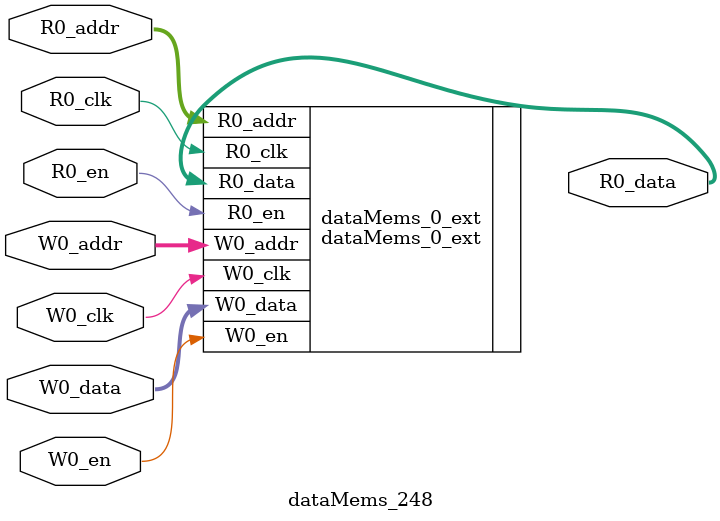
<source format=sv>
`ifndef RANDOMIZE
  `ifdef RANDOMIZE_REG_INIT
    `define RANDOMIZE
  `endif // RANDOMIZE_REG_INIT
`endif // not def RANDOMIZE
`ifndef RANDOMIZE
  `ifdef RANDOMIZE_MEM_INIT
    `define RANDOMIZE
  `endif // RANDOMIZE_MEM_INIT
`endif // not def RANDOMIZE

`ifndef RANDOM
  `define RANDOM $random
`endif // not def RANDOM

// Users can define 'PRINTF_COND' to add an extra gate to prints.
`ifndef PRINTF_COND_
  `ifdef PRINTF_COND
    `define PRINTF_COND_ (`PRINTF_COND)
  `else  // PRINTF_COND
    `define PRINTF_COND_ 1
  `endif // PRINTF_COND
`endif // not def PRINTF_COND_

// Users can define 'ASSERT_VERBOSE_COND' to add an extra gate to assert error printing.
`ifndef ASSERT_VERBOSE_COND_
  `ifdef ASSERT_VERBOSE_COND
    `define ASSERT_VERBOSE_COND_ (`ASSERT_VERBOSE_COND)
  `else  // ASSERT_VERBOSE_COND
    `define ASSERT_VERBOSE_COND_ 1
  `endif // ASSERT_VERBOSE_COND
`endif // not def ASSERT_VERBOSE_COND_

// Users can define 'STOP_COND' to add an extra gate to stop conditions.
`ifndef STOP_COND_
  `ifdef STOP_COND
    `define STOP_COND_ (`STOP_COND)
  `else  // STOP_COND
    `define STOP_COND_ 1
  `endif // STOP_COND
`endif // not def STOP_COND_

// Users can define INIT_RANDOM as general code that gets injected into the
// initializer block for modules with registers.
`ifndef INIT_RANDOM
  `define INIT_RANDOM
`endif // not def INIT_RANDOM

// If using random initialization, you can also define RANDOMIZE_DELAY to
// customize the delay used, otherwise 0.002 is used.
`ifndef RANDOMIZE_DELAY
  `define RANDOMIZE_DELAY 0.002
`endif // not def RANDOMIZE_DELAY

// Define INIT_RANDOM_PROLOG_ for use in our modules below.
`ifndef INIT_RANDOM_PROLOG_
  `ifdef RANDOMIZE
    `ifdef VERILATOR
      `define INIT_RANDOM_PROLOG_ `INIT_RANDOM
    `else  // VERILATOR
      `define INIT_RANDOM_PROLOG_ `INIT_RANDOM #`RANDOMIZE_DELAY begin end
    `endif // VERILATOR
  `else  // RANDOMIZE
    `define INIT_RANDOM_PROLOG_
  `endif // RANDOMIZE
`endif // not def INIT_RANDOM_PROLOG_

// Include register initializers in init blocks unless synthesis is set
`ifndef SYNTHESIS
  `ifndef ENABLE_INITIAL_REG_
    `define ENABLE_INITIAL_REG_
  `endif // not def ENABLE_INITIAL_REG_
`endif // not def SYNTHESIS

// Include rmemory initializers in init blocks unless synthesis is set
`ifndef SYNTHESIS
  `ifndef ENABLE_INITIAL_MEM_
    `define ENABLE_INITIAL_MEM_
  `endif // not def ENABLE_INITIAL_MEM_
`endif // not def SYNTHESIS

module dataMems_248(	// @[generators/ara/src/main/scala/UnsafeAXI4ToTL.scala:365:62]
  input  [4:0]  R0_addr,
  input         R0_en,
  input         R0_clk,
  output [66:0] R0_data,
  input  [4:0]  W0_addr,
  input         W0_en,
  input         W0_clk,
  input  [66:0] W0_data
);

  dataMems_0_ext dataMems_0_ext (	// @[generators/ara/src/main/scala/UnsafeAXI4ToTL.scala:365:62]
    .R0_addr (R0_addr),
    .R0_en   (R0_en),
    .R0_clk  (R0_clk),
    .R0_data (R0_data),
    .W0_addr (W0_addr),
    .W0_en   (W0_en),
    .W0_clk  (W0_clk),
    .W0_data (W0_data)
  );
endmodule


</source>
